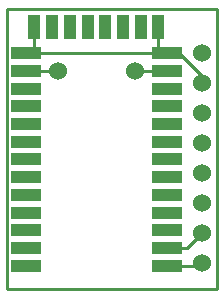
<source format=gtl>
G04 Layer_Physical_Order=1*
G04 Layer_Color=255*
%FSLAX25Y25*%
%MOIN*%
G70*
G01*
G75*
%ADD10R,0.09843X0.03937*%
%ADD11R,0.03937X0.07874*%
%ADD12C,0.01000*%
%ADD13C,0.06000*%
D10*
X6256Y78740D02*
D03*
Y7874D02*
D03*
Y13780D02*
D03*
Y19685D02*
D03*
Y25591D02*
D03*
Y31496D02*
D03*
Y37402D02*
D03*
Y43307D02*
D03*
Y49213D02*
D03*
Y55118D02*
D03*
Y61024D02*
D03*
Y66929D02*
D03*
Y72835D02*
D03*
X53500Y7874D02*
D03*
Y78740D02*
D03*
Y72835D02*
D03*
Y66929D02*
D03*
Y61024D02*
D03*
Y55118D02*
D03*
Y49213D02*
D03*
Y43307D02*
D03*
Y37402D02*
D03*
Y31496D02*
D03*
Y25591D02*
D03*
Y19685D02*
D03*
Y13780D02*
D03*
D11*
X50547Y87599D02*
D03*
X9209Y87599D02*
D03*
X15114Y87599D02*
D03*
X21020D02*
D03*
X26925D02*
D03*
X32831D02*
D03*
X38736D02*
D03*
X44642Y87599D02*
D03*
D12*
X6256Y72835D02*
X17083D01*
X60039Y13780D02*
X65000Y18740D01*
X53500Y13780D02*
X60039D01*
X64134Y7874D02*
X65000Y8740D01*
X53500Y7874D02*
X64134D01*
X42673Y72835D02*
X53500D01*
X65000Y68740D02*
Y71177D01*
X57437Y78740D02*
X65000Y71177D01*
X53500Y78740D02*
X57437D01*
X9209Y78740D02*
Y88583D01*
X9209Y78740D02*
X9209Y78740D01*
X6256Y78740D02*
X9209D01*
X50547D02*
X53500D01*
X6256D02*
X50547D01*
Y88583D01*
X-0Y0D02*
Y93504D01*
Y0D02*
X0Y0D01*
X70000D01*
Y93504D01*
X70000Y93504D02*
X70000Y93504D01*
X-0Y93504D02*
X70000D01*
D13*
X17083Y72835D02*
D03*
X42673D02*
D03*
X65000Y28740D02*
D03*
Y38740D02*
D03*
Y48740D02*
D03*
Y58740D02*
D03*
Y8740D02*
D03*
Y18740D02*
D03*
Y68740D02*
D03*
Y78740D02*
D03*
M02*

</source>
